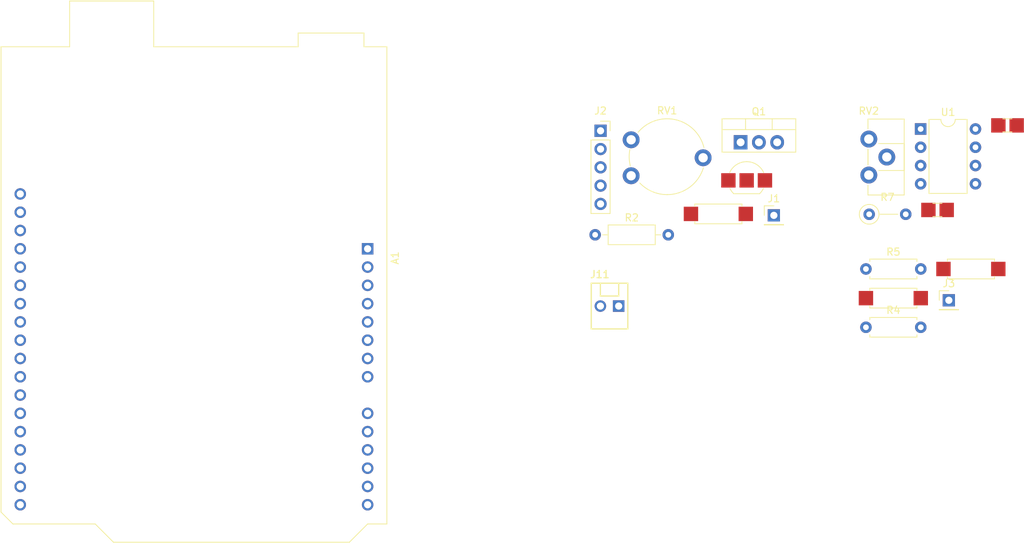
<source format=kicad_pcb>
(kicad_pcb (version 20211014) (generator pcbnew)
  (layers (0 "F.Cu" signal) (31 "B.Cu" signal) (34 "B.Paste" user) (35 "F.Paste" user) (36 "B.SilkS" user "B.Silkscreen") (37 "F.SilkS" user "F.Silkscreen") (38 "B.Mask" user) (39 "F.Mask" user) (44 "Edge.Cuts" user))
  (net 0 "")
  (net 1 "/OUT0")
  (net 9 "/DIS0")
  (net 11 "GND")
  (net 21 "GNDA")
  (net 22 "Net-(J1-Pad1)")
  (net 24 "/ch0/PWM")
  (net 25 "/ch0/N")
  (net 26 "+5V")
  (net 27 "/ch0/P")
  (net 28 "Net-(R1-Pad2)")
  (net 29 "/N_RST")
  (net 30 "/ch0/sub/op/IN+")
  (net 31 "/ch0/sub/op/IN-")
  (net 32 "Net-(R7-Pad1)")
  (net 33 "Net-(RV2-Pad1)")
  (net 34 "Net-(RV2-Pad3)")
  (footprint "For_Rasterboard:R_Axial_DIN0207_L6.3mm_D2.5mm_P7.62mm_Horizontal" (layer "F.Cu") (at 179.72 129.65)
    (fp_text reference "R4" (at 3.81 -2.37) (layer "F.SilkS"))
    (fp_text value "220k")
    (fp_line (start 7.08 -1.37) (end 7.08 -1.04) (layer "F.SilkS") (width 0.12))
    (fp_line (start 0.54 1.37) (end 7.08 1.37) (layer "F.SilkS") (width 0.12))
    (fp_line (start 0.54 -1.04) (end 0.54 -1.37) (layer "F.SilkS") (width 0.12))
    (fp_line (start 7.08 1.37) (end 7.08 1.04) (layer "F.SilkS") (width 0.12))
    (fp_line (start 0.54 1.04) (end 0.54 1.37) (layer "F.SilkS") (width 0.12))
    (fp_line (start 0.54 -1.37) (end 7.08 -1.37) (layer "F.SilkS") (width 0.12))
    (pad "1" thru_hole circle (at 0 0) (size 1.6 1.6) (drill 0.8) (layers *.Cu *.Mask) (net 25 "/ch0/N"))
    (pad "2" thru_hole oval (at 7.62 0) (size 1.6 1.6) (drill 0.8) (layers *.Cu *.Mask) (net 30 "/ch0/sub/op/IN+"))
  )
  (footprint "For_Rasterboard:C_Disc_D3.0mm_W1.6mm_Pinf" (layer "F.Cu") (at 198.12 101.6)
    (fp_text reference "C1" hide)
    (fp_text value "100n")
    (fp_line (start 0.621 0.92) (end 1.879 0.92) (layer "F.SilkS") (width 0.12))
    (fp_line (start 0.621 -0.92) (end 1.879 -0.92) (layer "F.SilkS") (width 0.12))
    (pad "1" smd rect locked (at 0 0) (size 2 2) (layers "F.Cu") (net 26 "+5V"))
    (pad "2" smd rect locked (at 2.54 0) (size 2 2) (layers "F.Cu") (net 21 "GNDA"))
  )
  (footprint "For_Rasterboard:R_Axial_DIN0207_L6.3mm_D2.5mm_Pinf_Horizontal" (layer "F.Cu") (at 190.49 121.55)
    (fp_text reference "R3" hide)
    (fp_text value "220k")
    (fp_line (start 0.54 1.04) (end 0.54 1.37) (layer "F.SilkS") (width 0.12))
    (fp_line (start 0.54 -1.37) (end 7.08 -1.37) (layer "F.SilkS") (width 0.12))
    (fp_line (start 7.08 1.37) (end 7.08 1.04) (layer "F.SilkS") (width 0.12))
    (fp_line (start 0.54 1.37) (end 7.08 1.37) (layer "F.SilkS") (width 0.12))
    (fp_line (start 7.08 -1.37) (end 7.08 -1.04) (layer "F.SilkS") (width 0.12))
    (fp_line (start 0.54 -1.04) (end 0.54 -1.37) (layer "F.SilkS") (width 0.12))
    (pad "1" smd rect locked (at 0 0) (size 2 2) (layers "F.Cu") (net 21 "GNDA"))
    (pad "2" smd rect locked (at 7.62 0) (size 2 2) (layers "F.Cu") (net 30 "/ch0/sub/op/IN+"))
  )
  (footprint "For_Rasterboard:C_Disc_D3.0mm_W1.6mm_Pinf" (layer "F.Cu") (at 188.4 113.35)
    (fp_text reference "C2" hide)
    (fp_text value "100n")
    (fp_line (start 0.621 -0.92) (end 1.879 -0.92) (layer "F.SilkS") (width 0.12))
    (fp_line (start 0.621 0.92) (end 1.879 0.92) (layer "F.SilkS") (width 0.12))
    (pad "1" smd rect locked (at 0 0) (size 2 2) (layers "F.Cu") (net 11 "GND"))
    (pad "2" smd rect locked (at 2.54 0) (size 2 2) (layers "F.Cu") (net 21 "GNDA"))
  )
  (footprint "Resistor_THT:R_Axial_DIN0207_L6.3mm_D2.5mm_P10.16mm_Horizontal" (layer "F.Cu") (at 142.1 116.8)
    (fp_text reference "R2" (at 5.08 -2.37) (layer "F.SilkS"))
    (fp_text value "0.1")
    (fp_line (start 8.35 1.37) (end 8.35 -1.37) (layer "F.SilkS") (width 0.12))
    (fp_line (start 1.81 -1.37) (end 1.81 1.37) (layer "F.SilkS") (width 0.12))
    (fp_line (start 8.35 -1.37) (end 1.81 -1.37) (layer "F.SilkS") (width 0.12))
    (fp_line (start 9.12 0) (end 8.35 0) (layer "F.SilkS") (width 0.12))
    (fp_line (start 1.81 1.37) (end 8.35 1.37) (layer "F.SilkS") (width 0.12))
    (fp_line (start 1.04 0) (end 1.81 0) (layer "F.SilkS") (width 0.12))
    (pad "1" thru_hole circle (at 0 0) (size 1.6 1.6) (drill 0.8) (layers *.Cu *.Mask) (net 25 "/ch0/N"))
    (pad "2" thru_hole oval (at 10.16 0) (size 1.6 1.6) (drill 0.8) (layers *.Cu *.Mask) (net 27 "/ch0/P"))
  )
  (footprint "For_Rasterboard:R_Axial_DIN0207_L6.3mm_D2.5mm_Pinf_Horizontal" (layer "F.Cu") (at 155.41 113.9)
    (fp_text reference "R1" hide)
    (fp_text value "220")
    (fp_line (start 0.54 -1.04) (end 0.54 -1.37) (layer "F.SilkS") (width 0.12))
    (fp_line (start 0.54 -1.37) (end 7.08 -1.37) (layer "F.SilkS") (width 0.12))
    (fp_line (start 0.54 1.04) (end 0.54 1.37) (layer "F.SilkS") (width 0.12))
    (fp_line (start 7.08 1.37) (end 7.08 1.04) (layer "F.SilkS") (width 0.12))
    (fp_line (start 0.54 1.37) (end 7.08 1.37) (layer "F.SilkS") (width 0.12))
    (fp_line (start 7.08 -1.37) (end 7.08 -1.04) (layer "F.SilkS") (width 0.12))
    (pad "1" smd rect locked (at 0 0) (size 2 2) (layers "F.Cu") (net 26 "+5V"))
    (pad "2" smd rect locked (at 7.62 0) (size 2 2) (layers "F.Cu") (net 28 "Net-(R1-Pad2)"))
  )
  (footprint "Package_TO_SOT_THT:TO-220-3_Vertical" (layer "F.Cu") (at 162.31 103.95)
    (fp_text reference "Q1" (at 2.54 -4.27) (layer "F.SilkS"))
    (fp_text value "IRF4905")
    (fp_line (start 0.69 -3.27) (end 0.69 -1.76) (layer "F.SilkS") (width 0.12))
    (fp_line (start -2.58 1.371) (end 7.66 1.371) (layer "F.SilkS") (width 0.12))
    (fp_line (start -2.58 -1.76) (end 7.66 -1.76) (layer "F.SilkS") (width 0.12))
    (fp_line (start -2.58 -3.27) (end -2.58 1.371) (layer "F.SilkS") (width 0.12))
    (fp_line (start 7.66 -3.27) (end 7.66 1.371) (layer "F.SilkS") (width 0.12))
    (fp_line (start -2.58 -3.27) (end 7.66 -3.27) (layer "F.SilkS") (width 0.12))
    (fp_line (start 4.391 -3.27) (end 4.391 -1.76) (layer "F.SilkS") (width 0.12))
    (pad "1" thru_hole rect (at 0 0) (size 1.905 2) (drill 1.1) (layers *.Cu *.Mask) (net 9 "/DIS0"))
    (pad "2" thru_hole oval (at 2.54 0) (size 1.905 2) (drill 1.1) (layers *.Cu *.Mask) (net 27 "/ch0/P"))
    (pad "3" thru_hole oval (at 5.08 0) (size 1.905 2) (drill 1.1) (layers *.Cu *.Mask) (net 26 "+5V"))
  )
  (footprint "Connector_PinSocket_2.54mm:PinSocket_1x05_P2.54mm_Vertical" (layer "F.Cu") (at 142.85 102.35)
    (fp_text reference "J2" (at 0 -2.77) (layer "F.SilkS"))
    (fp_text value "1x5 2.54mm male")
    (fp_line (start -1.33 1.27) (end 1.33 1.27) (layer "F.SilkS") (width 0.12))
    (fp_line (start 1.33 1.27) (end 1.33 11.49) (layer "F.SilkS") (width 0.12))
    (fp_line (start -1.33 1.27) (end -1.33 11.49) (layer "F.SilkS") (width 0.12))
    (fp_line (start -1.33 11.49) (end 1.33 11.49) (layer "F.SilkS") (width 0.12))
    (fp_line (start 1.33 -1.33) (end 1.33 0) (layer "F.SilkS") (width 0.12))
    (fp_line (start 0 -1.33) (end 1.33 -1.33) (layer "F.SilkS") (width 0.12))
    (pad "1" thru_hole rect (at 0 0) (size 1.7 1.7) (drill 1) (layers *.Cu *.Mask))
    (pad "2" thru_hole oval (at 0 2.54) (size 1.7 1.7) (drill 1) (layers *.Cu *.Mask))
    (pad "3" thru_hole oval (at 0 5.08) (size 1.7 1.7) (drill 1) (layers *.Cu *.Mask) (net 24 "/ch0/PWM"))
    (pad "4" thru_hole oval (at 0 7.62) (size 1.7 1.7) (drill 1) (layers *.Cu *.Mask) (net 25 "/ch0/N"))
    (pad "5" thru_hole oval (at 0 10.16) (size 1.7 1.7) (drill 1) (layers *.Cu *.Mask) (net 11 "GND"))
  )
  (footprint "For_Rasterboard:R_Axial_DIN0207_L6.3mm_D2.5mm_P5.08mm_Vertical" (layer "F.Cu") (at 180.17 113.95)
    (fp_text reference "R7" (at 2.54 -2.37) (layer "F.SilkS"))
    (fp_text value "1k5")
    (fp_line (start 1.37 0) (end 3.98 0) (layer "F.SilkS") (width 0.12))
    (fp_circle (center 0 0) (end 1.37 0) (layer "F.SilkS") (width 0.12) (fill none))
    (pad "1" thru_hole circle (at 0 0) (size 1.6 1.6) (drill 0.8) (layers *.Cu *.Mask) (net 32 "Net-(R7-Pad1)"))
    (pad "2" thru_hole oval (at 5.08 0) (size 1.6 1.6) (drill 0.8) (layers *.Cu *.Mask) (net 11 "GND"))
  )
  (footprint "Connector_PinHeader_2.54mm:PinHeader_1x01_P2.54mm_Vertical" (layer "F.Cu") (at 191.24 125.9)
    (fp_text reference "J3" (at 0 -2.33) (layer "F.SilkS"))
    (fp_text value "1x1 2.54mm male")
    (fp_line (start 1.33 1.27) (end 1.33 1.33) (layer "F.SilkS") (width 0.12))
    (fp_line (start -1.33 1.27) (end -1.33 1.33) (layer "F.SilkS") (width 0.12))
    (fp_line (start -1.33 1.33) (end 1.33 1.33) (layer "F.SilkS") (width 0.12))
    (fp_line (start -1.33 -1.33) (end 0 -1.33) (layer "F.SilkS") (width 0.12))
    (fp_line (start -1.33 1.27) (end 1.33 1.27) (layer "F.SilkS") (width 0.12))
    (fp_line (start -1.33 0) (end -1.33 -1.33) (layer "F.SilkS") (width 0.12))
    (pad "1" thru_hole rect (at 0 0) (size 1.7 1.7) (drill 1) (layers *.Cu *.Mask) (net 1 "/OUT0"))
  )
  (footprint "Connector_PinHeader_2.54mm:PinHeader_1x01_P2.54mm_Vertical" (layer "F.Cu") (at 166.93 114.1)
    (fp_text reference "J1" (at 0 -2.33) (layer "F.SilkS"))
    (fp_text value "1x1 2.54mm male")
    (fp_line (start 1.33 1.27) (end 1.33 1.33) (layer "F.SilkS") (width 0.12))
    (fp_line (start -1.33 -1.33) (end 0 -1.33) (layer "F.SilkS") (width 0.12))
    (fp_line (start -1.33 0) (end -1.33 -1.33) (layer "F.SilkS") (width 0.12))
    (fp_line (start -1.33 1.27) (end -1.33 1.33) (layer "F.SilkS") (width 0.12))
    (fp_line (start -1.33 1.27) (end 1.33 1.27) (layer "F.SilkS") (width 0.12))
    (fp_line (start -1.33 1.33) (end 1.33 1.33) (layer "F.SilkS") (width 0.12))
    (pad "1" thru_hole rect (at 0 0) (size 1.7 1.7) (drill 1) (layers *.Cu *.Mask) (net 22 "Net-(J1-Pad1)"))
  )
  (footprint "For_Rasterboard:Arduino_UNO_R3_WithMountingHoles_Snapped_to_P2.54mm" (layer "F.Cu") (at 110.49 118.745 -90)
    (fp_text reference "A1" (at 1.27 -3.81 90) (layer "F.SilkS"))
    (fp_text value "Arduino_UNO_R3")
    (fp_line (start 38.23 37.85) (end 40.77 35.31) (layer "F.SilkS") (width 0.12))
    (fp_line (start -28.07 29.72) (end -34.42 29.72) (layer "F.SilkS") (width 0.12))
    (fp_line (start -28.07 9.65) (end -28.07 29.72) (layer "F.SilkS") (width 0.12))
    (fp_line (start -28.07 -2.67) (end -28.07 0.51) (layer "F.SilkS") (width 0.12))
    (fp_line (start 38.23 49.28) (end 38.23 37.85) (layer "F.SilkS") (width 0.12))
    (fp_line (start -29.97 9.65) (end -28.07 9.65) (layer "F.SilkS") (width 0.12))
    (fp_line (start -28.07 41.4) (end -28.07 50.93) (layer "F.SilkS") (width 0.12))
    (fp_line (start 40.77 2.54) (end 38.23 0) (layer "F.SilkS") (width 0.12))
    (fp_line (start -28.07 0.51) (end -29.97 0.51) (layer "F.SilkS") (width 0.12))
    (fp_line (start 36.58 50.93) (end 38.23 49.28) (layer "F.SilkS") (width 0.12))
    (fp_line (start 38.23 -2.67) (end -28.07 -2.67) (layer "F.SilkS") (width 0.12))
    (fp_line (start 38.23 0) (end 38.23 -2.67) (layer "F.SilkS") (width 0.12))
    (fp_line (start -34.42 41.4) (end -28.07 41.4) (layer "F.SilkS") (width 0.12))
    (fp_line (start -34.42 29.72) (end -34.42 41.4) (layer "F.SilkS") (width 0.12))
    (fp_line (start 40.77 35.31) (end 40.77 2.54) (layer "F.SilkS") (width 0.12))
    (fp_line (start -29.97 0.51) (end -29.97 9.65) (layer "F.SilkS") (width 0.12))
    (fp_line (start -28.07 50.93) (end 36.58 50.93) (layer "F.SilkS") (width 0.12))
    (pad "" np_thru_hole circle (at 38.1 5.08) (size 3.2 3.2) (drill 3.2) (layers *.Cu *.Mask))
    (pad "" np_thru_hole circle (at -13.97 0) (size 3.2 3.2) (drill 3.2) (layers *.Cu *.Mask))
    (pad "" np_thru_hole circle (at 38.1 33.02) (size 3.2 3.2) (drill 3.2) (layers *.Cu *.Mask))
    (pad "" np_thru_hole circle (at -12.7 48.26) (size 3.2 3.2) (drill 3.2) (layers *.Cu *.Mask))
    (pad "1" thru_hole rect (at 0 0) (size 1.6 1.6) (drill 1) (layers *.Cu *.Mask))
    (pad "2" thru_hole oval (at 2.54 0) (size 1.6 1.6) (drill 1) (layers *.Cu *.Mask))
    (pad "3" thru_hole oval (at 5.08 0) (size 1.6 1.6) (drill 1) (layers *.Cu *.Mask) (net 29 "/N_RST"))
    (pad "4" thru_hole oval (at 7.62 0) (size 1.6 1.6) (drill 1) (layers *.Cu *.Mask))
    (pad "5" thru_hole oval (at 10.16 0) (size 1.6 1.6) (drill 1) (layers *.Cu *.Mask) (net 26 "+5V"))
    (pad "6" thru_hole oval (at 12.7 0) (size 1.6 1.6) (drill 1) (layers *.Cu *.Mask) (net 11 "GND"))
    (pad "7" thru_hole oval (at 15.24 0) (size 1.6 1.6) (drill 1) (layers *.Cu *.Mask) (net 11 "GND"))
    (pad "8" thru_hole oval (at 17.78 0) (size 1.6 1.6) (drill 1) (layers *.Cu *.Mask))
    (pad "9" thru_hole oval (at 22.86 0) (size 1.6 1.6) (drill 1) (layers *.Cu *.Mask) (net 1 "/OUT0"))
    (pad "10" thru_hole oval (at 25.4 0) (size 1.6 1.6) (drill 1) (layers *.Cu *.Mask))
    (pad "11" thru_hole oval (at 27.94 0) (size 1.6 1.6) (drill 1) (layers *.Cu *.Mask))
    (pad "12" thru_hole oval (at 30.48 0) (size 1.6 1.6) (drill 1) (layers *.Cu *.Mask))
    (pad "13" thru_hole oval (at 33.02 0) (size 1.6 1.6) (drill 1) (layers *.Cu *.Mask))
    (pad "14" thru_hole oval (at 35.56 0) (size 1.6 1.6) (drill 1) (layers *.Cu *.Mask))
    (pad "15" thru_hole oval (at 35.56 48.26) (size 1.6 1.6) (drill 1) (layers *.Cu *.Mask))
    (pad "16" thru_hole oval (at 33.02 48.26) (size 1.6 1.6) (drill 1) (layers *.Cu *.Mask))
    (pad "17" thru_hole oval (at 30.48 48.26) (size 1.6 1.6) (drill 1) (layers *.Cu *.Mask) (net 9 "/DIS0"))
    (pad "18" thru_hole oval (at 27.94 48.26) (size 1.6 1.6) (drill 1) (layers *.Cu *.Mask))
    (pad "19" thru_hole oval (at 25.4 48.26) (size 1.6 1.6) (drill 1) (layers *.Cu *.Mask))
    (pad "20" thru_hole oval (at 22.86 48.26) (size 1.6 1.6) (drill 1) (layers *.Cu *.Mask))
    (pad "21" thru_hole oval (at 20.32 48.26) (size 1.6 1.6) (drill 1) (layers *.Cu *.Mask))
    (pad "22" thru_hole oval (at 17.78 48.26) (size 1.6 1.6) (drill 1) (layers *.Cu *.Mask))
    (pad "23" thru_hole oval (at 15.24 48.26) (size 1.6 1.6) (drill 1) (layers *.Cu *.Mask))
    (pad "24" thru_hole oval (at 12.7 48.26) (size 1.6 1.6) (drill 1) (layers *.Cu *.Mask))
    (pad "25" thru_hole oval (at 10.16 48.26) (size 1.6 1.6) (drill 1) (layers *.Cu *.Mask))
    (pad "26" thru_hole oval (at 7.62 48.26) (size 1.6 1.6) (drill 1) (layers *.Cu *.Mask))
    (pad "27" thru_hole oval (at 5.08 48.26) (size 1.6 1.6) (drill 1) (layers *.Cu *.Mask))
    (pad "28" thru_hole oval (at 2.54 48.26) (size 1.6 1.6) (drill 1) (layers *.Cu *.Mask))
    (pad "29" thru_hole oval (at 0 48.26) (size 1.6 1.6) (drill 1) (layers *.Cu *.Mask))
    (pad "30" thru_hole oval (at -2.54 48.26) (size 1.6 1.6) (drill 1) (layers *.Cu *.Mask))
    (pad "31" thru_hole oval (at -5.08 48.26) (size 1.6 1.6) (drill 1) (layers *.Cu *.Mask))
    (pad "32" thru_hole oval (at -7.62 48.26) (size 1.6 1.6) (drill 1) (layers *.Cu *.Mask))
  )
  (footprint "Package_DIP:DIP-8_W7.62mm" (layer "F.Cu") (at 187.32 102.1)
    (fp_text reference "U1" (at 3.81 -2.33) (layer "F.SilkS"))
    (fp_text value "TL071")
    (fp_line (start 1.16 -1.33) (end 1.16 8.95) (layer "F.SilkS") (width 0.12))
    (fp_line (start 2.81 -1.33) (end 1.16 -1.33) (layer "F.SilkS") (width 0.12))
    (fp_line (start 6.46 8.95) (end 6.46 -1.33) (layer "F.SilkS") (width 0.12))
    (fp_line (start 1.16 8.95) (end 6.46 8.95) (layer "F.SilkS") (width 0.12))
    (fp_line (start 6.46 -1.33) (end 4.81 -1.33) (layer "F.SilkS") (width 0.12))
    (fp_arc (start 4.81 -1.33) (mid 3.81 -0.33) (end 2.81 -1.33) (layer "F.SilkS") (width 0.12))
    (pad "1" thru_hole rect (at 0 0) (size 1.6 1.6) (drill 0.8) (layers *.Cu *.Mask) (net 34 "Net-(RV2-Pad3)"))
    (pad "2" thru_hole oval (at 0 2.54) (size 1.6 1.6) (drill 0.8) (layers *.Cu *.Mask) (net 31 "/ch0/sub/op/IN-"))
    (pad "3" thru_hole oval (at 0 5.08) (size 1.6 1.6) (drill 0.8) (layers *.Cu *.Mask) (net 30 "/ch0/sub/op/IN+"))
    (pad "4" thru_hole oval (at 0 7.62) (size 1.6 1.6) (drill 0.8) (layers *.Cu *.Mask) (net 11 "GND"))
    (pad "5" thru_hole oval (at 7.62 7.62) (size 1.6 1.6) (drill 0.8) (layers *.Cu *.Mask) (net 33 "Net-(RV2-Pad1)"))
    (pad "6" thru_hole oval (at 7.62 5.08) (size 1.6 1.6) (drill 0.8) (layers *.Cu *.Mask) (net 1 "/OUT0"))
    (pad "7" thru_hole oval (at 7.62 2.54) (size 1.6 1.6) (drill 0.8) (layers *.Cu *.Mask) (net 26 "+5V"))
    (pad "8" thru_hole oval (at 7.62 0) (size 1.6 1.6) (drill 0.8) (layers *.Cu *.Mask))
  )
  (footprint "Potentiometer_THT:Potentiometer_Piher_PT-10-H01_Horizontal" (layer "F.Cu") (at 180.12 103.5)
    (fp_text reference "RV2" (at 0 -3.9) (layer "F.SilkS"))
    (fp_text value "100k")
    (fp_line (start -0.121 1.426) (end -0.121 3.575) (layer "F.SilkS") (width 0.12))
    (fp_line (start 4.92 -2.771) (end 4.92 7.77) (layer "F.SilkS") (width 0.12))
    (fp_line (start -0.121 1.426) (end -0.121 3.575) (layer "F.SilkS") (width 0.12))
    (fp_line (start 1.381 0.63) (end 4.92 0.63) (layer "F.SilkS") (width 0.12))
    (fp_line (start 1.381 4.37) (end 4.92 4.37) (layer "F.SilkS") (width 0.12))
    (fp_line (start -0.121 6.425) (end -0.121 7.77) (layer "F.SilkS") (width 0.12))
    (fp_line (start -0.121 -2.771) (end -0.121 -1.426) (layer "F.SilkS") (width 0.12))
    (fp_line (start 4.92 0.63) (end 4.92 4.37) (layer "F.SilkS") (width 0.12))
    (fp_line (start -0.121 -2.771) (end 4.92 -2.771) (layer "F.SilkS") (width 0.12))
    (fp_line (start -0.121 7.77) (end 4.92 7.77) (layer "F.SilkS") (width 0.12))
    (pad "1" thru_hole circle (at 0 0) (size 2.34 2.34) (drill 1.3) (layers *.Cu *.Mask) (net 33 "Net-(RV2-Pad1)"))
    (pad "2" thru_hole circle (at 2.5 2.5) (size 2.34 2.34) (drill 1.3) (layers *.Cu *.Mask) (net 32 "Net-(R7-Pad1)"))
    (pad "3" thru_hole circle (at 0 5) (size 2.34 2.34) (drill 1.3) (layers *.Cu *.Mask) (net 34 "Net-(RV2-Pad3)"))
  )
  (footprint "For_Rasterboard:TO-92_Inline_inf" (layer "F.Cu") (at 160.61 109.24)
    (fp_text reference "Q2" hide)
    (fp_text value "BC338")
    (fp_line (start 0.74 1.85) (end 4.34 1.85) (layer "F.SilkS") (width 0.12))
    (fp_arc (start 2.54 -2.6) (mid 3.936979 -2.192818) (end 4.8964 -1.098807) (layer "F.SilkS") (width 0.12))
    (fp_arc (start 4.864184 1.122795) (mid 4.633903 1.509328) (end 4.34 1.85) (layer "F.SilkS") (width 0.12))
    (fp_arc (start 0.1836 -1.098807) (mid 1.143021 -2.192817) (end 2.54 -2.6) (layer "F.SilkS") (width 0.12))
    (fp_arc (start 0.74 1.85) (mid 0.446097 1.509328) (end 0.215816 1.122795) (layer "F.SilkS") (width 0.12))
    (pad "1" smd rect locked (at 0 0) (size 2 2) (layers "F.Cu" "F.Paste" "F.Mask") (net 9 "/DIS0"))
    (pad "2" smd rect locked (at 2.54 0) (size 2 2) (layers "F.Cu" "F.Paste" "F.Mask") (net 1 "/OUT0"))
    (pad "3" smd rect locked (at 5.08 0) (size 2 2) (layers "F.Cu" "F.Paste" "F.Mask") (net 22 "Net-(J1-Pad1)"))
  )
  (footprint "For_Rasterboard:R_Axial_DIN0207_L6.3mm_D2.5mm_Pinf_Horizontal" (layer "F.Cu") (at 179.72 125.6)
    (fp_text reference "R6" hide)
    (fp_text value "220k")
    (fp_line (start 7.08 -1.37) (end 7.08 -1.04) (layer "F.SilkS") (width 0.12))
    (fp_line (start 0.54 -1.04) (end 0.54 -1.37) (layer "F.SilkS") (width 0.12))
    (fp_line (start 0.54 1.04) (end 0.54 1.37) (layer "F.SilkS") (width 0.12))
    (fp_line (start 0.54 -1.37) (end 7.08 -1.37) (layer "F.SilkS") (width 0.12))
    (fp_line (start 0.54 1.37) (end 7.08 1.37) (layer "F.SilkS") (width 0.12))
    (fp_line (start 7.08 1.37) (end 7.08 1.04) (layer "F.SilkS") (width 0.12))
    (pad "1" smd rect locked (at 0 0) (size 2 2) (layers "F.Cu") (net 1 "/OUT0"))
    (pad "2" smd rect locked (at 7.62 0) (size 2 2) (layers "F.Cu") (net 31 "/ch0/sub/op/IN-"))
  )
  (footprint "Potentiometer_THT:Potentiometer_Piher_PT-10-V10_Vertical" (layer "F.Cu") (at 147.1 108.6)
    (fp_text reference "RV1" (at 5 -9.05) (layer "F.SilkS"))
    (fp_text value "250")
    (fp_arc (start -0.11439 -1.375119) (mid -0.269093 -2.512295) (end -0.174 -3.656) (layer "F.SilkS") (width 0.12))
    (fp_arc (start 10.039726 -1.109201) (mid 8.134716 1.586326) (end 5 2.62) (layer "F.SilkS") (width 0.12))
    (fp_arc (start 5.09203 2.619358) (mid 2.983245 2.219015) (end 1.209 1.011) (layer "F.SilkS") (width 0.12))
    (fp_arc (start 0.963379 -6.038474) (mid 6.186565 -7.784991) (end 10.114 -3.924) (layer "F.SilkS") (width 0.12))
    (pad "1" thru_hole circle (at 0 0) (size 2.34 2.34) (drill 1.3) (layers *.Cu *.Mask) (net 28 "Net-(R1-Pad2)"))
    (pad "2" thru_hole circle (at 10 -2.5) (size 2.34 2.34) (drill 1.3) (layers *.Cu *.Mask) (net 22 "Net-(J1-Pad1)"))
    (pad "3" thru_hole circle (at 0 -5) (size 2.34 2.34) (drill 1.3) (layers *.Cu *.Mask) (net 11 "GND"))
  )
  (footprint "For_Rasterboard:R_Axial_DIN0207_L6.3mm_D2.5mm_P7.62mm_Horizontal" (layer "F.Cu") (at 179.72 121.55)
    (fp_text reference "R5" (at 3.81 -2.37) (layer "F.SilkS"))
    (fp_text value "220k")
    (fp_line (start 0.54 -1.04) (end 0.54 -1.37) (layer "F.SilkS") (width 0.12))
    (fp_line (start 0.54 -1.37) (end 7.08 -1.37) (layer "F.SilkS") (width 0.12))
    (fp_line (start 7.08 1.37) (end 7.08 1.04) (layer "F.SilkS") (width 0.12))
    (fp_line (start 0.54 1.37) (end 7.08 1.37) (layer "F.SilkS") (width 0.12))
    (fp_line (start 0.54 1.04) (end 0.54 1.37) (layer "F.SilkS") (width 0.12))
    (fp_line (start 7.08 -1.37) (end 7.08 -1.04) (layer "F.SilkS") (width 0.12))
    (pad "1" thru_hole circle (at 0 0) (size 1.6 1.6) (drill 0.8) (layers *.Cu *.Mask) (net 31 "/ch0/sub/op/IN-"))
    (pad "2" thru_hole oval (at 7.62 0) (size 1.6 1.6) (drill 0.8) (layers *.Cu *.Mask) (net 27 "/ch0/P"))
  )
  (footprint "Extra_Common:MOLEX-22-23-2021" (layer "F.Cu") (at 144.098 126.703)
    (fp_text reference "J11" (at -2.794 -3.81) (layer "F.SilkS") (effects (font (thickness 0.18)) (justify left bottom)))
    (fp_text value "1x2 2.54mm male" hide)
    (fp_line (start -1.27 -1.397) (end 1.27 -1.397) (layer "F.SilkS") (width 0.18))
    (fp_line (start -1.27 -1.397) (end -1.27 -3.175) (layer "F.SilkS") (width 0.18))
    (fp_line (start -2.54 -3.175) (end 2.54 -3.175) (layer "F.SilkS") (width 0.18))
    (fp_line (start 2.54 -3.175) (end 2.54 3.175) (layer "F.SilkS") (width 0.18))
    (fp_line (start 2.54 3.175) (end -2.54 3.175) (layer "F.SilkS") (width 0.18))
    (fp_line (start -2.54 3.175) (end -2.54 -3.175) (layer "F.SilkS") (width 0.18))
    (fp_line (start 1.27 -1.397) (end 1.27 -3.175) (layer "F.SilkS") (width 0.18))
    (pad "1" thru_hole rect locked (at 1.27 0 90) (size 1.6 1.6) (drill 1) (layers *.Cu *.Mask) (net 26 "+5V"))
    (pad "2" thru_hole circle locked (at -1.27 0) (size 1.6 1.6) (drill 1) (layers *.Cu *.Mask) (net 11 "GND"))
  )
)
</source>
